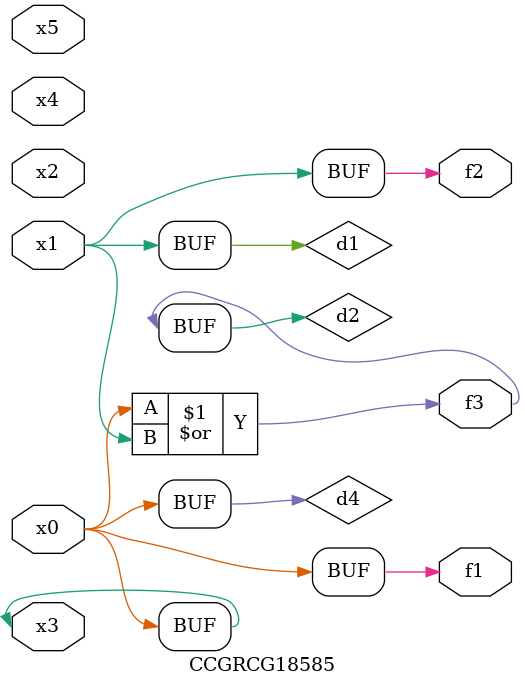
<source format=v>
module CCGRCG18585(
	input x0, x1, x2, x3, x4, x5,
	output f1, f2, f3
);

	wire d1, d2, d3, d4;

	and (d1, x1);
	or (d2, x0, x1);
	nand (d3, x0, x5);
	buf (d4, x0, x3);
	assign f1 = d4;
	assign f2 = d1;
	assign f3 = d2;
endmodule

</source>
